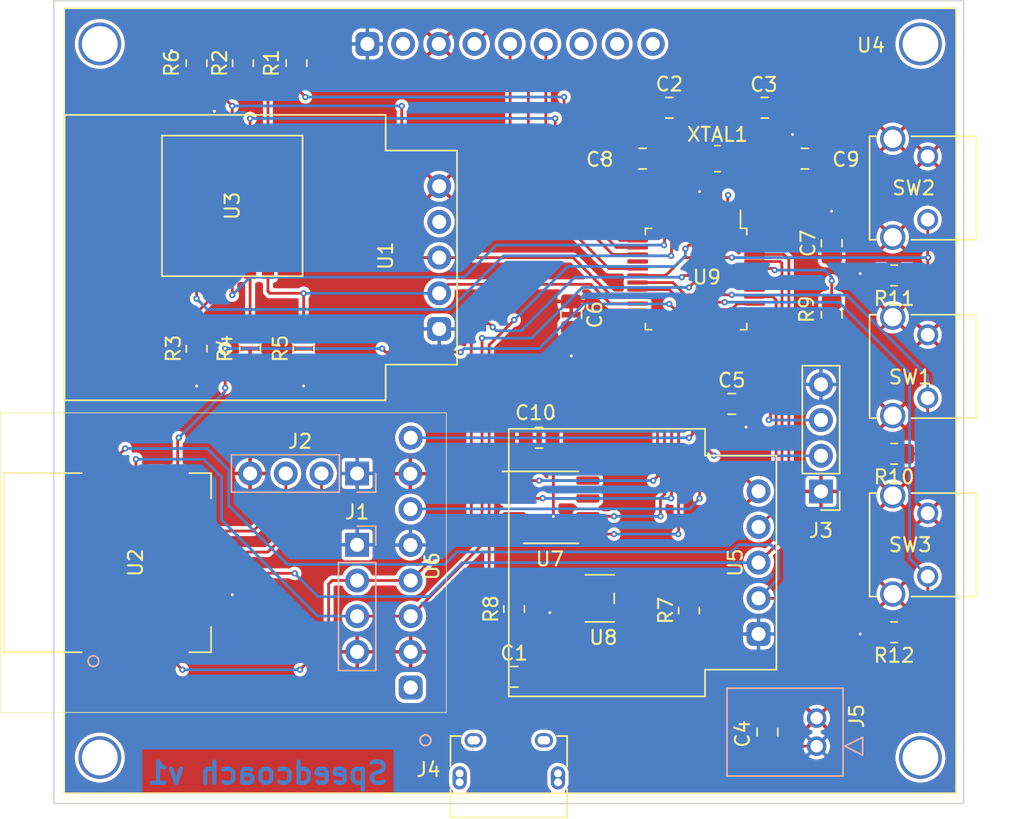
<source format=kicad_pcb>
(kicad_pcb (version 20211014) (generator pcbnew)
  (layers (0 "F.Cu" signal "Front") (31 "B.Cu" signal "Back") (34 "B.Paste" user) (35 "F.Paste" user) (36 "B.SilkS" user "B.Silkscreen") (37 "F.SilkS" user "F.Silkscreen") (38 "B.Mask" user) (39 "F.Mask" user) (44 "Edge.Cuts" user))
  (net 0 "")
  (net 1 "LCD_SCK")
  (net 2 "GND")
  (net 4 "+3V3")
  (net 5 "LCD_CS")
  (net 9 "LCD_MOSI")
  (net 10 "BLE_ACCEL_SDA")
  (net 11 "BLE_ACCEL_SCL")
  (net 12 "ACCEL_INT")
  (net 13 "GPS_SCL")
  (net 14 "GPS_SDA")
  (net 15 "Net-(R4-Pad1)")
  (net 16 "GPS_RESET#")
  (net 17 "Net-(R3-Pad2)")
  (net 18 "GPS_WAKEUP")
  (net 19 "GPS_1PPS")
  (net 20 "Net-(R1-Pad1)")
  (net 21 "Net-(C2-Pad2)")
  (net 22 "Net-(C3-Pad2)")
  (net 23 "CHARGE_STATUS")
  (net 24 "Net-(C1-Pad1)")
  (net 25 "Net-(R7-Pad2)")
  (net 26 "/GPS, Acceleromter, BLE, GLCD/BLE_SWCLK")
  (net 27 "/GPS, Acceleromter, BLE, GLCD/BLE_SWDIO")
  (net 28 "BLE_RST")
  (net 30 "BLE_UART_RX")
  (net 32 "BLE_UART_TX")
  (net 34 "BLE_RTS")
  (net 35 "BLE_DFU")
  (net 36 "BTN_DWN")
  (net 37 "BTN_UP")
  (net 38 "BTN_ENTER")
  (net 42 "GPS_ONOFF")
  (net 43 "Net-(R9-Pad1)")
  (net 44 "MEM_CS#")
  (net 45 "MEM_MISO")
  (net 46 "MEM_MOSI")
  (net 47 "MEM_SCK")
  (net 54 "/MCU, Charger, Buttons/MCU_SWDIO")
  (net 55 "/MCU, Charger, Buttons/MCU_SWCLK")
  (footprint "Capacitor_SMD:C_0805_2012Metric" (layer "F.Cu") (at 163.957 71.57 180)
    (fp_text reference "C9")
    (fp_text value "100nF")
  )
  (footprint "speedcoach:10118194-0001LF" (layer "F.Cu") (at 142.875 115.57)
    (fp_text reference "J4")
    (fp_text value "USB_B_Micro" hide)
  )
  (footprint "Resistor_SMD:R_0805_2012Metric" (layer "F.Cu") (at 127.762 64.77 -90)
    (fp_text reference "R1")
    (fp_text value "220")
  )
  (footprint "Resistor_SMD:R_0805_2012Metric" (layer "F.Cu") (at 123.952 64.77 90)
    (fp_text reference "R2")
    (fp_text value "10k")
  )
  (footprint "speedcoach:1825027-8" (layer "F.Cu") (at 172.6979 101.31 90)
    (fp_text reference "SW3")
    (fp_text value "1825027-8" hide)
  )
  (footprint "speedcoach:PA1010D_WH" (layer "F.Cu") (at 137.922 83.693 180)
    (fp_text reference "U1")
    (fp_text value "PA1010D")
  )
  (footprint "Resistor_SMD:R_0805_2012Metric" (layer "F.Cu") (at 170.307 79.883 180)
    (fp_text reference "R11")
    (fp_text value "3k3")
  )
  (footprint "Capacitor_SMD:C_0805_2012Metric" (layer "F.Cu") (at 165.862 77.6 90)
    (fp_text reference "C7")
    (fp_text value "100nF")
  )
  (footprint "Capacitor_SMD:C_0805_2012Metric" (layer "F.Cu") (at 145.034 91.44 180)
    (fp_text reference "C10")
    (fp_text value "100nF")
  )
  (footprint "Resistor_SMD:R_0805_2012Metric" (layer "F.Cu") (at 124.46 85.09 -90)
    (fp_text reference "R4")
    (fp_text value "10k")
  )
  (footprint "Connector_PinHeader_2.54mm:PinHeader_1x04_P2.54mm_Vertical" (layer "F.Cu") (at 165.1 95.26 180)
    (fp_text reference "J3")
    (fp_text value "Conn_01x04_Male")
  )
  (footprint "speedcoach:NX3215SA-32.768K-EXS00A-MU00003" (layer "F.Cu") (at 157.734 71.57)
    (fp_text reference "XTAL1")
    (fp_text value "NX3215SA-32.768K" hide)
  )
  (footprint "Resistor_SMD:R_0805_2012Metric" (layer "F.Cu") (at 165.862 82.68 -90)
    (fp_text reference "R9")
    (fp_text value "10k")
  )
  (footprint "Capacitor_SMD:C_0805_2012Metric" (layer "F.Cu") (at 158.75 89.03)
    (fp_text reference "C5")
    (fp_text value "100nF")
  )
  (footprint "Capacitor_SMD:C_0805_2012Metric" (layer "F.Cu") (at 154.305 67.945)
    (fp_text reference "C2")
    (fp_text value "4.3pF")
  )
  (footprint "Package_QFP:LQFP-48_7x7mm_P0.5mm" (layer "F.Cu") (at 156.21 80.14 -90)
    (fp_text reference "U9")
    (fp_text value "STM32L051C8T3")
  )
  (footprint "Resistor_SMD:R_0805_2012Metric" (layer "F.Cu") (at 120.65 64.77 -90)
    (fp_text reference "R6")
    (fp_text value "3k3")
  )
  (footprint "Resistor_SMD:R_0805_2012Metric" (layer "F.Cu") (at 155.702 103.7355 90)
    (fp_text reference "R7")
    (fp_text value "2k")
  )
  (footprint "Resistor_SMD:R_0805_2012Metric" (layer "F.Cu") (at 143.256 103.632 90)
    (fp_text reference "R8")
    (fp_text value "10k")
  )
  (footprint "speedcoach:ORG1411" (layer "F.Cu") (at 123.19 74.93 90)
    (fp_text reference "U3")
    (fp_text value "ORG1411-PM04")
  )
  (footprint "Capacitor_SMD:C_0805_2012Metric" (layer "F.Cu") (at 143.256 108.458)
    (fp_text reference "C1")
    (fp_text value "4.7uF")
  )
  (footprint "Capacitor_SMD:C_0805_2012Metric" (layer "F.Cu") (at 147.32 82.68 -90)
    (fp_text reference "C6")
    (fp_text value "100nF")
  )
  (footprint "Resistor_SMD:R_0805_2012Metric" (layer "F.Cu") (at 170.307 105.283 180)
    (fp_text reference "R12")
    (fp_text value "3k3")
  )
  (footprint "speedcoach:PIM456_WH" (layer "F.Cu") (at 160.655 105.41 180)
    (fp_text reference "U5")
    (fp_text value "PIM456")
  )
  (footprint "Capacitor_SMD:C_0805_2012Metric" (layer "F.Cu") (at 161.102 67.945 180)
    (fp_text reference "C3")
    (fp_text value "4.3pF")
  )
  (footprint "speedcoach:1825027-8" (layer "F.Cu") (at 172.6979 88.61 90)
    (fp_text reference "SW1")
    (fp_text value "1825027-8" hide)
  )
  (footprint "speedcoach:MCP73831T-2ATIOT" (layer "F.Cu") (at 149.352 102.87)
    (fp_text reference "U8")
    (fp_text value "MCP73831" hide)
  )
  (footprint "Resistor_SMD:R_0805_2012Metric" (layer "F.Cu") (at 170.307 92.583 180)
    (fp_text reference "R10")
    (fp_text value "3k3")
  )
  (footprint "Resistor_SMD:R_0805_2012Metric" (layer "F.Cu") (at 120.65 85.09 90)
    (fp_text reference "R3")
    (fp_text value "NP")
  )
  (footprint "Capacitor_SMD:C_0805_2012Metric" (layer "F.Cu") (at 161.29 112.395 -90)
    (fp_text reference "C4")
    (fp_text value "4.7uF")
  )
  (footprint "speedcoach:Bluefruit_WH" (layer "F.Cu") (at 135.89 109.22 90)
    (fp_text reference "U6")
    (fp_text value "Bluefruit")
  )
  (footprint "Package_SO:SOP-8_3.9x4.9mm_P1.27mm" (layer "F.Cu") (at 145.881 96.393)
    (fp_text reference "U7")
    (fp_text value "MB85RS256TY")
  )
  (footprint "speedcoach:1825027-8" (layer "F.Cu") (at 172.6979 75.91 90)
    (fp_text reference "SW2")
    (fp_text value "1825027-8" hide)
  )
  (footprint "Capacitor_SMD:C_0805_2012Metric" (layer "F.Cu") (at 152.4 71.57 180)
    (fp_text reference "C8")
    (fp_text value "100nF")
  )
  (footprint "speedcoach:DA14531MOD-00F01002" (layer "F.Cu") (at 114.3 100.33 90)
    (fp_text reference "U2")
    (fp_text value "DA14531MOD" hide)
  )
  (footprint "speedcoach:SHARP_DISPLAY_400x240" (layer "F.Cu") (at 111.22 116.745)
    (fp_text reference "U4")
    (fp_text value "GLCD_2.7INCH" hide)
  )
  (footprint "Resistor_SMD:R_0805_2012Metric" (layer "F.Cu") (at 128.27 85.09 90)
    (fp_text reference "R5")
    (fp_text value "3k3")
  )
  (footprint "Connector_PinHeader_2.54mm:PinHeader_1x04_P2.54mm_Vertical" (layer "B.Cu") (at 132.08 93.98 90)
    (fp_text reference "J2")
    (fp_text value "Conn_01x04_Male")
  )
  (footprint "Connector_PinHeader_2.54mm:PinHeader_1x04_P2.54mm_Vertical" (layer "B.Cu") (at 132.08 99.06 180)
    (fp_text reference "J1")
    (fp_text value "Conn_01x04_Male")
  )
  (footprint "speedcoach:440055-2" (layer "B.Cu") (at 164.792 113.395 90)
    (fp_text reference "J5")
    (fp_text value "440055-2" hide)
  )
  (gr_rect (start 110.49 60.325) (end 175.26 117.475) (layer "Edge.Cuts") (width 0.1) (fill none))
  (gr_text "Speedcoach v1" (at 125.73 115.316) (layer "B.Cu") (effects (font (size 1.5 1.5) (thickness 0.3)) (justify mirror)))
  (segment (start 150.272 78.39) (end 144.272 72.39) (width 0.2) (layer "F.Cu") (net 1))
  (segment (start 144.272 72.39) (end 144.272 62.738) (width 0.2) (layer "F.Cu") (net 1))
  (segment (start 143.51 61.976) (end 141.859 61.976) (width 0.2) (layer "F.Cu") (net 1))
  (segment (start 144.272 62.738) (end 143.51 61.976) (width 0.2) (layer "F.Cu") (net 1))
  (segment (start 152.0475 78.39) (end 150.272 78.39) (width 0.2) (layer "F.Cu") (net 1))
  (segment (start 141.859 61.976) (end 140.43 63.405) (width 0.2) (layer "F.Cu") (net 1))
  (segment (start 158.46 84.3025) (end 158.46 87.285) (width 0.2) (layer "F.Cu") (net 2))
  (segment (start 155.46 75.9775) (end 155.46 72.91) (width 0.2) (layer "F.Cu") (net 2))
  (segment (start 163.996 77.89) (end 164.656 78.55) (width 0.2) (layer "F.Cu") (net 2))
  (segment (start 152.0475 82.39) (end 149.192 82.39) (width 0.2) (layer "F.Cu") (net 2))
  (segment (start 144.175 115.351403) (end 143.875001 115.651402) (width 0.2) (layer "F.Cu") (net 2))
  (segment (start 164.656 78.55) (end 165.862 78.55) (width 0.2) (layer "F.Cu") (net 2))
  (segment (start 158.46 83.022) (end 158.46 84.3025) (width 0.2) (layer "F.Cu") (net 2))
  (segment (start 161.29 111.445) (end 161.340001 111.394999) (width 0.2) (layer "F.Cu") (net 2))
  (segment (start 158.46 87.285) (end 157.8 87.945) (width 0.2) (layer "F.Cu") (net 2))
  (segment (start 158.242 82.804) (end 158.46 83.022) (width 0.2) (layer "F.Cu") (net 2))
  (segment (start 153.35 67.95) (end 153.355 67.945) (width 0.2) (layer "F.Cu") (net 2))
  (segment (start 154.12 71.57) (end 153.35 71.57) (width 0.2) (layer "F.Cu") (net 2))
  (segment (start 157.8 87.945) (end 157.8 89.03) (width 0.2) (layer "F.Cu") (net 2))
  (segment (start 148.532 81.73) (end 147.32 81.73) (width 0.2) (layer "F.Cu") (net 2))
  (segment (start 153.924 82.804) (end 158.242 82.804) (width 0.2) (layer "F.Cu") (net 2))
  (segment (start 152.0475 82.39) (end 153.51 82.39) (width 0.2) (layer "F.Cu") (net 2))
  (segment (start 160.3725 77.89) (end 163.996 77.89) (width 0.2) (layer "F.Cu") (net 2))
  (segment (start 149.192 82.39) (end 148.532 81.73) (width 0.2) (layer "F.Cu") (net 2))
  (segment (start 153.51 82.39) (end 153.924 82.804) (width 0.2) (layer "F.Cu") (net 2))
  (segment (start 155.46 72.91) (end 154.12 71.57) (width 0.2) (layer "F.Cu") (net 2))
  (segment (start 146.05 95.758) (end 146.05 94.488) (width 0.2) (layer "F.Cu") (net 4))
  (segment (start 148.506 95.758) (end 146.05 95.758) (width 0.2) (layer "F.Cu") (net 4))
  (segment (start 161.29 113.345) (end 161.340001 113.395001) (width 0.2) (layer "F.Cu") (net 4))
  (segment (start 154.96 75.9775) (end 154.96 73.045) (width 0.2) (layer "F.Cu") (net 4))
  (segment (start 165.862 76.65) (end 165.862 75.311) (width 0.2) (layer "F.Cu") (net 4))
  (segment (start 143.256 104.5445) (end 145.1375 104.5445) (width 0.2) (layer "F.Cu") (net 4))
  (segment (start 158.96 87.332) (end 159.7 88.072) (width 0.2) (layer "F.Cu") (net 4))
  (segment (start 149.537 71.57) (end 149.479 71.628) (width 0.2) (layer "F.Cu") (net 4))
  (segment (start 145.861999 103.820001) (end 148.0566 103.820001) (width 0.2) (layer "F.Cu") (net 4))
  (segment (start 163.007 69.911) (end 163.068 69.85) (width 0.2) (layer "F.Cu") (net 4))
  (segment (start 151.45 71.57) (end 149.537 71.57) (width 0.2) (layer "F.Cu") (net 4))
  (segment (start 148.506 94.488) (end 146.05 94.488) (width 0.2) (layer "F.Cu") (net 4))
  (segment (start 167.386 91.694) (end 167.386 88.646) (width 0.2) (layer "F.Cu") (net 4))
  (segment (start 149.139 82.89) (end 148.399 83.63) (width 0.2) (layer "F.Cu") (net 4))
  (segment (start 163.007 71.57) (end 163.007 69.911) (width 0.2) (layer "F.Cu") (net 4))
  (segment (start 154.96 73.045) (end 154.813 72.898) (width 0.2) (layer "F.Cu") (net 4))
  (segment (start 123.154001 102.580001) (end 120.804991 102.580001) (width 0.2) (layer "F.Cu") (net 4))
  (segment (start 145.796 103.886) (end 145.861999 103.820001) (width 0.2) (layer "F.Cu") (net 4))
  (segment (start 152.0475 82.89) (end 149.139 82.89) (width 0.2) (layer "F.Cu") (net 4))
  (segment (start 123.19 102.616) (end 123.154001 102.580001) (width 0.2) (layer "F.Cu") (net 4))
  (segment (start 166.38 87.64) (end 165.1 87.64) (width 0.2) (layer "F.Cu") (net 4))
  (segment (start 148.399 83.63) (end 147.32 83.63) (width 0.2) (layer "F.Cu") (net 4))
  (segment (start 151.511 72.898) (end 151.45 72.837) (width 0.2) (layer "F.Cu") (net 4))
  (segment (start 168.021 105.283) (end 167.894 105.41) (width 0.2) (layer "F.Cu") (net 4))
  (segment (start 146.05 91.44) (end 145.984 91.44) (width 0.2) (layer "F.Cu") (net 4))
  (segment (start 121.92 70.4469) (end 121.92 68.199) (width 0.2) (layer "F.Cu") (net 4))
  (segment (start 143.256 97.028) (end 146.0335 97.028) (width 0.2) (layer "F.Cu") (net 4))
  (segment (start 146.05 94.488) (end 146.05 91.44) (width 0.2) (layer "F.Cu") (net 4))
  (segment (start 128.27 86.0025) (end 128.27 87.757) (width 0.2) (layer "F.Cu") (net 4))
  (segment (start 145.984 89.982) (end 146.05 89.916) (width 0.2) (layer "F.Cu") (net 4))
  (segment (start 169.3945 92.583) (end 168.275 92.583) (width 0.2) (layer "F.Cu") (net 4))
  (segment (start 147.32 83.63) (end 147.32 85.6145) (width 0.2) (layer "F.Cu") (net 4))
  (segment (start 163.91 77.39) (end 164.65 76.65) (width 0.2) (layer "F.Cu") (net 4))
  (segment (start 118.8955 63.8575) (end 118.872 63.881) (width 0.2) (layer "F.Cu") (net 4))
  (segment (start 161.340001 113.395001) (end 164.792 113.395001) (width 0.2) (layer "F.Cu") (net 4))
  (segment (start 168.021 79.883) (end 167.894 79.756) (width 0.2) (layer "F.Cu") (net 4))
  (segment (start 159.7 90.612) (end 159.766 90.678) (width 0.2) (layer "F.Cu") (net 4))
  (segment (start 169.3945 105.283) (end 168.021 105.283) (width 0.2) (layer "F.Cu") (net 4))
  (segment (start 145.984 91.44) (end 145.984 89.982) (width 0.2) (layer "F.Cu") (net 4))
  (segment (start 158.96 75.9775) (end 158.96 74.974) (width 0.2) (layer "F.Cu") (net 4))
  (segment (start 160.3725 77.39) (end 163.91 77.39) (width 0.2) (layer "F.Cu") (net 4))
  (segment (start 154.813 72.898) (end 151.511 72.898) (width 0.2) (layer "F.Cu") (net 4))
  (segment (start 167.386 88.646) (end 166.38 87.64) (width 0.2) (layer "F.Cu") (net 4))
  (segment (start 151.45 72.837) (end 151.45 71.57) (width 0.2) (layer "F.Cu") (net 4))
  (segment (start 164.65 76.65) (end 165.862 76.65) (width 0.2) (layer "F.Cu") (net 4))
  (segment (start 155.96 74.418) (end 156.464 73.914) (width 0.2) (layer "F.Cu") (net 4))
  (segment (start 120.65 86.0025) (end 120.65 87.757) (width 0.2) (layer "F.Cu") (net 4))
  (segment (start 155.96 75.9775) (end 155.96 74.418) (width 0.2) (layer "F.Cu") (net 4))
  (segment (start 159.7 88.072) (end 159.7 89.03) (width 0.2) (layer "F.Cu") (net 4))
  (segment (start 169.3945 79.883) (end 168.021 79.883) (width 0.2) (layer "F.Cu") (net 4))
  (segment (start 158.96 74.974) (end 162.364 71.57) (width 0.2) (layer "F.Cu") (net 4))
  (segment (start 120.65 63.8575) (end 118.8955 63.8575) (width 0.2) (layer "F.Cu") (net 4))
  (segment (start 159.7 89.03) (end 159.7 90.612) (width 0.2) (layer "F.Cu") (net 4))
  (segment (start 146.0335 97.028) (end 146.05 97.0445) (width 0.2) (layer "F.Cu") (net 4))
  (segment (start 145.1375 104.5445) (end 145.796 103.886) (width 0.2) (layer "F.Cu") (net 4))
  (segment (start 146.05 95.758) (end 146.05 97.0445) (width 0.2) (layer "F.Cu") (net 4))
  (segment (start 158.96 84.3025) (end 158.96 87.332) (width 0.2) (layer "F.Cu") (net 4))
  (segment (start 162.364 71.57) (end 162.88 71.57) (width 0.2) (layer "F.Cu") (net 4))
  (segment (start 168.275 92.583) (end 167.386 91.694) (width 0.2) (layer "F.Cu") (net 4))
  (via (at 156.464 73.914) (size 0.45) (drill 0.2) (layers "F.Cu" "B.Cu") (net 4))
  (via (at 128.27 87.757) (size 0.45) (drill 0.2) (layers "F.Cu" "B.Cu") (net 4))
  (via (at 163.068 69.85) (size 0.45) (drill 0.2) (layers "F.Cu" "B.Cu") (net 4))
  (via (at 118.872 63.881) (size 0.45) (drill 0.2) (layers "F.Cu" "B.Cu") (net 4))
  (via (at 146.05 89.916) (size 0.45) (drill 0.2) (layers "F.Cu" "B.Cu") (net 4))
  (via (at 145.796 103.886) (size 0.45) (drill 0.2) (layers "F.Cu" "B.Cu") (net 4))
  (via (at 147.32 85.6145) (size 0.45) (drill 0.2) (layers "F.Cu" "B.Cu") (net 4))
  (via (at 159.766 90.678) (size 0.45) (drill 0.2) (layers "F.Cu" "B.Cu") (net 4))
  (via (at 167.894 79.756) (size 0.45) (drill 0.2) (layers "F.Cu" "B.Cu") (net 4))
  (via (at 120.65 87.757) (size 0.45) (drill 0.2) (layers "F.Cu" "B.Cu") (net 4))
  (via (at 146.05 97.0445) (size 0.45) (drill 0.2) (layers "F.Cu" "B.Cu") (net 4))
  (via (at 121.92 68.199) (size 0.45) (drill 0.2) (layers "F.Cu" "B.Cu") (net 4))
  (via (at 165.862 75.311) (size 0.45) (drill 0.2) (layers "F.Cu" "B.Cu") (net 4))
  (via (at 167.894 105.41) (size 0.45) (drill 0.2) (layers "F.Cu" "B.Cu") (net 4))
  (via (at 149.479 71.628) (size 0.45) (drill 0.2) (layers "F.Cu" "B.Cu") (net 4))
  (via (at 123.19 102.616) (size 0.45) (drill 0.2) (layers "F.Cu" "B.Cu") (net 4))
  (segment (start 150.534 77.89) (end 152.0475 77.89) (width 0.2) (layer "F.Cu") (net 5))
  (segment (start 145.51 72.866) (end 150.534 77.89) (width 0.2) (layer "F.Cu") (net 5))
  (segment (start 145.51 63.405) (end 145.51 72.866) (width 0.2) (layer "F.Cu") (net 5))
  (segment (start 150.002 79.39) (end 142.97 72.358) (width 0.2) (layer "F.Cu") (net 9))
  (segment (start 142.97 72.358) (end 142.97 63.405) (width 0.2) (layer "F.Cu") (net 9))
  (segment (start 152.0475 79.39) (end 150.002 79.39) (width 0.2) (layer "F.Cu") (net 9))
  (segment (start 162.814 78.74) (end 162.814 101.854) (width 0.2) (layer "F.Cu") (net 10))
  (segment (start 114.806397 94.580001) (end 114.806397 92.965603) (width 0.2) (layer "F.Cu") (net 10))
  (segment (start 114.806397 92.965603) (end 115.57 92.202) (width 0.2) (layer "F.Cu") (net 10))
  (segment (start 160.3725 78.39) (end 162.464 78.39) (width 0.2) (layer "F.Cu") (net 10))
  (segment (start 162.464 78.39) (end 162.814 78.74) (width 0.2) (layer "F.Cu") (net 10))
  (segment (start 161.798 102.87) (end 160.655 102.87) (width 0.2) (layer "F.Cu") (net 10))
  (segment (start 162.814 101.854) (end 161.798 102.87) (width 0.2) (layer "F.Cu") (net 10))
  (via (at 115.57 92.202) (size 0.45) (drill 0.2) (layers "F.Cu" "B.Cu") (net 10))
  (segment (start 158.75 99.568) (end 139.192 99.568) (width 0.2) (layer "B.Cu") (net 10))
  (segment (start 161.544 99.06) (end 159.258 99.06) (width 0.2) (layer "B.Cu") (net 10))
  (segment (start 138.309511 100.450489) (end 127.120489 100.450489) (width 0.2) (layer "B.Cu") (net 10))
  (segment (start 159.258 99.06) (end 158.75 99.568) (width 0.2) (layer "B.Cu") (net 10))
  (segment (start 122.936 93.726) (end 121.412 92.202) (width 0.2) (layer "B.Cu") (net 10))
  (segment (start 139.192 99.568) (end 138.309511 100.450489) (width 0.2) (layer "B.Cu") (net 10))
  (segment (start 127.120489 100.450489) (end 122.936 96.266) (width 0.2) (layer "B.Cu") (net 10))
  (segment (start 121.412 92.202) (end 115.57 92.202) (width 0.2) (layer "B.Cu") (net 10))
  (segment (start 162.052 101.473) (end 162.052 99.568) (width 0.2) (layer "B.Cu") (net 10))
  (segment (start 162.052 99.568) (end 161.544 99.06) (width 0.2) (layer "B.Cu") (net 10))
  (segment (start 160.655 102.87) (end 162.052 101.473) (width 0.2) (layer "B.Cu") (net 10))
  (segment (start 122.936 96.266) (end 122.936 93.726) (width 0.2) (layer "B.Cu") (net 10))
  (segment (start 160.3725 78.89) (end 162.202 78.89) (width 0.2) (layer "F.Cu") (net 11))
  (segment (start 162.202 78.89) (end 162.306009 78.994009) (width 0.2) (layer "F.Cu") (net 11))
  (segment (start 162.306009 79.268251) (end 162.322501 79.284743) (width 0.2) (layer "F.Cu") (net 11))
  (segment (start 162.306009 78.994009) (end 162.306009 79.268251) (width 0.2) (layer "F.Cu") (net 11))
  (segment (start 162.322501 98.662499) (end 160.655 100.33) (width 0.2) (layer "F.Cu") (net 11))
  (segment (start 123.686001 101.080001) (end 120.804991 101.080001) (width 0.2) (layer "F.Cu") (net 11))
  (segment (start 162.322501 79.284743) (end 162.322501 98.662499) (width 0.2) (layer "F.Cu") (net 11))
  (segment (start 127.635 101.092) (end 123.686001 101.080001) (width 0.2) (layer "F.Cu") (net 11))
  (via (at 127.635 101.092) (size 0.45) (drill 0.2) (layers "F.Cu" "B.Cu") (net 11))
  (segment (start 129.292511 102.749511) (end 137.153489 102.749511) (width 0.2) (layer "B.Cu") (net 11))
  (segment (start 127.635 101.092) (end 129.292511 102.749511) (width 0.2) (layer "B.Cu") (net 11))
  (segment (start 139.573 100.33) (end 160.655 100.33) (width 0.2) (layer "B.Cu") (net 11))
  (segment (start 137.153489 102.749511) (end 139.573 100.33) (width 0.2) (layer "B.Cu") (net 11))
  (segment (start 160.3725 81.39) (end 161.654 81.39) (width 0.2) (layer "F.Cu") (net 12))
  (segment (start 161.654 81.39) (end 161.906498 81.642498) (width 0.2) (layer "F.Cu") (net 12))
  (segment (start 161.906498 96.538502) (end 160.655 97.79) (width 0.2) (layer "F.Cu") (net 12))
  (segment (start 161.906498 81.642498) (end 161.906498 96.538502) (width 0.2) (layer "F.Cu") (net 12))
  (segment (start 122.555 67.183) (end 123.19 67.818) (width 0.2) (layer "F.Cu") (net 13))
  (segment (start 121.031 67.183) (end 122.555 67.183) (width 0.2) (layer "F.Cu") (net 13))
  (segment (start 123.19 67.818) (end 123.19 70.4469) (width 0.2) (layer "F.Cu") (net 13))
  (segment (start 120.65 66.802) (end 121.031 67.183) (width 0.2) (layer "F.Cu") (net 13))
  (segment (start 147.447 78.613) (end 137.922 78.613) (width 0.2) (layer "F.Cu") (net 13))
  (segment (start 135.255 77.47) (end 136.398 78.613) (width 0.2) (layer "F.Cu") (net 13))
  (segment (start 152.0475 81.39) (end 150.224 81.39) (width 0.2) (layer "F.Cu") (net 13))
  (segment (start 136.398 78.613) (end 137.922 78.613) (width 0.2) (layer "F.Cu") (net 13))
  (segment (start 150.224 81.39) (end 147.447 78.613) (width 0.2) (layer "F.Cu") (net 13))
  (segment (start 120.65 65.6825) (end 120.65 66.802) (width 0.2) (layer "F.Cu") (net 13))
  (segment (start 135.255 67.818) (end 135.255 77.47) (width 0.2) (layer "F.Cu") (net 13))
  (via (at 123.19 67.818) (size 0.45) (drill 0.2) (layers "F.Cu" "B.Cu") (net 13))
  (via (at 135.255 67.818) (size 0.45) (drill 0.2) (layers "F.Cu" "B.Cu") (net 13))
  (segment (start 123.19 67.818) (end 135.255 67.818) (width 0.2) (layer "B.Cu") (net 13))
  (segment (start 125.73 81.026) (end 125.857 81.153) (width 0.2) (layer "F.Cu") (net 14))
  (segment (start 138.557 80.518) (end 137.922 81.153) (width 0.2) (layer "F.Cu") (net 14))
  (segment (start 150.089 81.89) (end 148.717 80.518) (width 0.2) (layer "F.Cu") (net 14))
  (segment (start 148.717 80.518) (end 138.557 80.518) (width 0.2) (layer "F.Cu") (net 14))
  (segment (start 152.0475 81.89) (end 150.089 81.89) (width 0.2) (layer "F.Cu") (net 14))
  (segment (start 125.857 81.153) (end 128.27 81.153) (width 0.2) (layer "F.Cu") (net 14))
  (segment (start 128.27 81.153) (end 128.27 84.1775) (width 0.2) (layer "F.Cu") (net 14))
  (segment (start 125.73 79.4131) (end 125.73 81.026) (width 0.2) (layer "F.Cu") (net 14))
  (via (at 128.27 81.153) (size 0.45) (drill 0.2) (layers "F.Cu" "B.Cu") (net 14))
  (segment (start 128.27 81.153) (end 137.922 81.153) (width 0.2) (layer "B.Cu") (net 14))
  (segment (start 124.46 79.4131) (end 124.46 84.1775) (width 0.2) (layer "F.Cu") (net 15))
  (segment (start 123.19 81.28) (end 123.19 79.4131) (width 0.2) (layer "F.Cu") (net 16))
  (segment (start 153.96 77.688) (end 153.924 77.724) (width 0.2) (layer "F.Cu") (net 16))
  (segment (start 153.96 75.9775) (end 153.96 77.688) (width 0.2) (layer "F.Cu") (net 16))
  (via (at 123.19 81.28) (size 0.45) (drill 0.2) (layers "F.Cu" "B.Cu") (net 16))
  (via (at 153.924 77.724) (size 0.45) (drill 0.2) (layers "F.Cu" "B.Cu") (net 16))
  (segment (start 141.986 77.724) (end 139.706511 80.003489) (width 0.2) (layer "B.Cu") (net 16))
  (segment (start 139.706511 80.003489) (end 124.466511 80.003489) (width 0.2) (layer "B.Cu") (net 16))
  (segment (start 124.466511 80.003489) (end 123.19 81.28) (width 0.2) (layer "B.Cu") (net 16))
  (segment (start 153.924 77.724) (end 141.986 77.724) (width 0.2) (layer "B.Cu") (net 16))
  (segment (start 121.92 81.28) (end 120.65 82.55) (width 0.2) (layer "F.Cu") (net 17))
  (segment (start 121.92 79.4131) (end 121.92 81.28) (width 0.2) (layer "F.Cu") (net 17))
  (segment (start 120.65 82.55) (end 120.65 84.1775) (width 0.2) (layer "F.Cu") (net 17))
  (segment (start 154.46 78.458) (end 154.432 78.486) (width 0.2) (layer "F.Cu") (net 18))
  (segment (start 120.65 81.534) (end 120.65 79.4131) (width 0.2) (layer "F.Cu") (net 18))
  (segment (start 154.46 75.9775) (end 154.46 78.458) (width 0.2) (layer "F.Cu") (net 18))
  (via (at 154.432 78.486) (size 0.45) (drill 0.2) (layers "F.Cu" "B.Cu") (net 18))
  (via (at 120.65 81.534) (size 0.45) (drill 0.2) (layers "F.Cu" "B.Cu") (net 18))
  (segment (start 138.677489 82.302511) (end 121.418511 82.302511) (width 0.2) (layer "B.Cu") (net 18))
  (segment (start 154.432 78.486) (end 142.494 78.486) (width 0.2) (layer "B.Cu") (net 18))
  (segment (start 121.418511 82.302511) (end 120.65 81.534) (width 0.2) (layer "B.Cu") (net 18))
  (segment (start 142.494 78.486) (end 138.677489 82.302511) (width 0.2) (layer "B.Cu") (net 18))
  (segment (start 146.177 68.707) (end 146.177 72.771) (width 0.2) (layer "F.Cu") (net 19))
  (segment (start 150.796 77.39) (end 150.622 77.216) (width 0.2) (layer "F.Cu") (net 19))
  (segment (start 146.177 72.771) (end 150.114 76.708) (width 0.2) (layer "F.Cu") (net 19))
  (segment (start 150.622 77.216) (end 150.114 76.708) (width 0.2) (layer "F.Cu") (net 19))
  (segment (start 124.46 70.4469) (end 124.46 68.707) (width 0.2) (layer "F.Cu") (net 19))
  (segment (start 152.0475 77.39) (end 150.796 77.39) (width 0.2) (layer "F.Cu") (net 19))
  (via (at 124.46 68.707) (size 0.45) (drill 0.2) (layers "F.Cu" "B.Cu") (net 19))
  (via (at 146.177 68.707) (size 0.45) (drill 0.2) (layers "F.Cu" "B.Cu") (net 19))
  (segment (start 124.46 68.707) (end 146.177 68.707) (width 0.2) (layer "B.Cu") (net 19))
  (segment (start 125.6265 65.6825) (end 125.73 65.786) (width 0.2) (layer "F.Cu") (net 20))
  (segment (start 126.0075 63.8575) (end 127.762 63.8575) (width 0.2) (layer "F.Cu") (net 20))
  (segment (start 123.952 65.6825) (end 125.6265 65.6825) (width 0.2) (layer "F.Cu") (net 20))
  (segment (start 125.73 64.135) (end 126.0075 63.8575) (width 0.2) (layer "F.Cu") (net 20))
  (segment (start 125.73 70.5739) (end 125.73 65.786) (width 0.2) (layer "F.Cu") (net 20))
  (segment (start 125.73 65.786) (end 125.73 64.135) (width 0.2) (layer "F.Cu") (net 20))
  (segment (start 156.464 67.945) (end 155.255 67.945) (width 0.2) (layer "F.Cu") (net 21))
  (segment (start 156.6418 71.57) (end 156.6418 68.1228) (width 0.2) (layer "F.Cu") (net 21))
  (segment (start 156.6418 68.1228) (end 156.464 67.945) (width 0.2) (layer "F.Cu") (net 21))
  (segment (start 156.6418 72.3138) (end 157.46 73.132) (width 0.2) (layer "F.Cu") (net 21))
  (segment (start 157.46 75.9775) (end 157.46 73.172) (width 0.2) (layer "F.Cu") (net 21))
  (segment (start 156.6418 71.57) (end 156.6418 72.3138) (width 0.2) (layer "F.Cu") (net 21))
  (segment (start 157.46 73.132) (end 157.46 73.172) (width 0.2) (layer "F.Cu") (net 21))
  (segment (start 158.8262 68.2498) (end 159.131 67.945) (width 0.2) (layer "F.Cu") (net 22))
  (segment (start 159.131 67.945) (end 160.152 67.945) (width 0.2) (layer "F.Cu") (net 22))
  (segment (start 158.8262 72.3138) (end 157.96 73.18) (width 0.2) (layer "F.Cu") (net 22))
  (segment (start 157.96 75.9775) (end 157.96 73.18) (width 0.2) (layer "F.Cu") (net 22))
  (segment (start 158.8262 71.57) (end 158.8262 72.3138) (width 0.2) (layer "F.Cu") (net 22))
  (segment (start 158.8262 71.57) (end 158.8262 68.2498) (width 0.2) (layer "F.Cu") (net 22))
  (segment (start 158.46 75.9775) (end 158.46 77.252) (width 0.2) (layer "F.Cu") (net 23))
  (segment (start 142.0895 102.7195) (end 143.256 102.7195) (width 0.2) (layer "F.Cu") (net 23))
  (segment (start 143.256 83.058) (end 141.478 84.836) (width 0.2) (layer "F.Cu") (net 23))
  (segment (start 155.702 77.724) (end 155.448 77.978) (width 0.2) (layer "F.Cu") (net 23))
  (segment (start 156.21 77.724) (end 155.702 77.724) (width 0.2) (layer "F.Cu") (net 23))
  (segment (start 158.46 77.252) (end 157.988 77.724) (width 0.2) (layer "F.Cu") (net 23))
  (segment (start 141.478 102.108) (end 142.0895 102.7195) (width 0.2) (layer "F.Cu") (net 23))
  (segment (start 157.988 77.724) (end 156.21 77.724) (width 0.2) (layer "F.Cu") (net 23))
  (segment (start 148.0566 101.919999) (end 145.984001 101.919999) (width 0.2) (layer "F.Cu") (net 23))
  (segment (start 141.478 84.836) (end 141.478 102.108) (width 0.2) (layer "F.Cu") (net 23))
  (segment (start 158.46 75.9775) (end 158.46 74.204) (width 0.2) (layer "F.Cu") (net 23))
  (segment (start 158.46 74.204) (end 158.496 74.168) (width 0.2) (layer "F.Cu") (net 23))
  (segment (start 145.1845 102.7195) (end 143.256 102.7195) (width 0.2) (layer "F.Cu") (net 23))
  (segment (start 145.984001 101.919999) (end 145.1845 102.7195) (width 0.2) (layer "F.Cu") (net 23))
  (via (at 143.256 83.058) (size 0.45) (drill 0.2) (layers "F.Cu" "B.Cu") (net 23))
  (via (at 155.448 77.978) (size 0.45) (drill 0.2) (layers "F.Cu" "B.Cu") (net 23))
  (via (at 158.496 74.168) (size 0.45) (drill 0.2) (layers "F.Cu" "B.Cu") (net 23))
  (segment (start 154.686 79.248) (end 147.066 79.248) (width 0.2) (layer "B.Cu") (net 23))
  (segment (start 155.448 77.978) (end 155.448 78.486) (width 0.2) (layer "B.Cu") (net 23))
  (segment (start 155.448 78.486) (end 154.686 79.248) (width 0.2) (layer "B.Cu") (net 23))
  (segment (start 147.066 79.248) (end 143.256 83.058) (width 0.2) (layer "B.Cu") (net 23))
  (segment (start 141.575 110.647) (end 142.306 109.916) (width 0.2) (layer "F.Cu") (net 24))
  (segment (start 150.6474 105.8926) (end 150.6474 103.820001) (width 0.2) (layer "F.Cu") (net 24))
  (segment (start 141.575 112.976401) (end 141.575 110.647) (width 0.2) (layer "F.Cu") (net 24))
  (segment (start 142.306 108.458) (end 142.306 107.376) (width 0.2) (layer "F.Cu") (net 24))
  (segment (start 142.24 107.884) (end 142.306 107.95) (width 0.2) (layer "F.Cu") (net 24))
  (segment (start 142.748 106.934) (end 149.606 106.934) (width 0.2) (layer "F.Cu") (net 24))
  (segment (start 149.606 106.934) (end 150.6474 105.8926) (width 0.2) (layer "F.Cu") (net 24))
  (segment (start 142.306 109.916) (end 142.306 107.95) (width 0.2) (layer "F.Cu") (net 24))
  (segment (start 142.306 107.376) (end 142.748 106.934) (width 0.2) (layer "F.Cu") (net 24))
  (segment (start 153.369 102.823) (end 155.702 102.823) (width 0.2) (layer "F.Cu") (net 25))
  (segment (start 150.6474 101.919999) (end 152.465999 101.919999) (width 0.2) (layer "F.Cu") (net 25))
  (segment (start 152.465999 101.919999) (end 153.369 102.823) (width 0.2) (layer "F.Cu") (net 25))
  (segment (start 127 95.758) (end 127 93.98) (width 0.2) (layer "F.Cu") (net 26))
  (segment (start 124.678001 98.079999) (end 127 95.758) (width 0.2) (layer "F.Cu") (net 26))
  (segment (start 120.804991 98.079999) (end 124.678001 98.079999) (width 0.2) (layer "F.Cu") (net 26))
  (segment (start 120.804991 99.579999) (end 125.718001 99.579999) (width 0.2) (layer "F.Cu") (net 27))
  (segment (start 129.54 95.758) (end 129.54 93.98) (width 0.2) (layer "F.Cu") (net 27))
  (segment (start 125.718001 99.579999) (end 129.54 95.758) (width 0.2) (layer "F.Cu") (net 27))
  (segment (start 139.446 85.344) (end 134.366 85.344) (width 0.2) (layer "F.Cu") (net 28))
  (segment (start 159.156 81.89) (end 160.3725 81.89) (width 0.2) (layer "F.Cu") (net 28))
  (segment (start 134.112 85.344) (end 133.858 85.09) (width 0.2) (layer "F.Cu") (net 28))
  (segment (start 119.306396 91.513604) (end 119.38 91.44) (width 0.2) (layer "F.Cu") (net 28))
  (segment (start 158.733499 82.312501) (end 159.156 81.89) (width 0.2) (layer "F.Cu") (net 28))
  (segment (start 154.702501 82.312501) (end 158.733499 82.312501) (width 0.2) (layer "F.Cu") (net 28))
  (segment (start 154.33 81.89) (end 154.305 81.915) (width 0.2) (layer "F.Cu") (net 28))
  (segment (start 122.682 87.884) (end 122.682 85.09) (width 0.2) (layer "F.Cu") (net 28))
  (segment (start 134.366 85.344) (end 134.112 85.344) (width 0.2) (layer "F.Cu") (net 28))
  (segment (start 119.306396 94.580001) (end 119.306396 91.513604) (width 0.2) (layer "F.Cu") (net 28))
  (segment (start 154.305 81.915) (end 154.702501 82.312501) (width 0.2) (layer "F.Cu") (net 28))
  (via (at 122.682 87.884) (size 0.45) (drill 0.2) (layers "F.Cu" "B.Cu") (net 28))
  (via (at 119.38 91.44) (size 0.45) (drill 0.2) (layers "F.Cu" "B.Cu") (net 28))
  (via (at 133.858 85.09) (size 0.45) (drill 0.2) (layers "F.Cu" "B.Cu") (net 28))
  (via (at 122.682 85.09) (size 0.45) (drill 0.2) (layers "F.Cu" "B.Cu") (net 28))
  (via (at 139.446 85.344) (size 0.45) (drill 0.2) (layers "F.Cu" "B.Cu") (net 28))
  (via (at 154.305 81.915) (size 0.45) (drill 0.2) (layers "F.Cu" "B.Cu") (net 28))
  (segment (start 139.7 85.09) (end 139.446 85.344) (width 0.2) (layer "B.Cu") (net 28))
  (segment (start 133.858 85.09) (end 122.682 85.09) (width 0.2) (layer "B.Cu") (net 28))
  (segment (start 119.38 91.44) (end 122.682 88.138) (width 0.2) (layer "B.Cu") (net 28))
  (segment (start 145.034 85.09) (end 139.7 85.09) (width 0.2) (layer "B.Cu") (net 28))
  (segment (start 148.209 81.915) (end 154.305 81.915) (width 0.2) (layer "B.Cu") (net 28))
  (segment (start 122.682 88.138) (end 122.682 87.884) (width 0.2) (layer "B.Cu") (net 28))
  (segment (start 145.034 85.09) (end 148.209 81.915) (width 0.2) (layer "B.Cu") (net 28))
  (segment (start 116.332 92.964) (end 116.332 94.554398) (width 0.2) (layer "F.Cu") (net 30))
  (segment (start 135.89 104.14) (end 132.08 104.14) (width 0.2) (layer "F.Cu") (net 30))
  (segment (start 156.051 80.39) (end 155.702 80.739) (width 0.2) (layer "F.Cu") (net 30))
  (segment (start 116.332 94.554398) (end 116.306397 94.580001) (width 0.2) (layer "F.Cu") (net 30))
  (segment (start 140.97 99.06) (end 140.97 84.3445) (width 0.2) (layer "F.Cu") (net 30))
  (segment (start 135.89 104.14) (end 140.97 99.06) (width 0.2) (layer "F.Cu") (net 30))
  (segment (start 160.3725 80.39) (end 156.051 80.39) (width 0.2) (layer "F.Cu") (net 30))
  (via (at 155.702 80.739) (size 0.45) (drill 0.2) (layers "F.Cu" "B.Cu") (net 30))
  (via (at 140.97 84.3445) (size 0.45) (drill 0.2) (layers "F.Cu" "B.Cu") (net 30))
  (via (at 116.332 92.964) (size 0.45) (drill 0.2) (layers "F.Cu" "B.Cu") (net 30))
  (segment (start 148.115 80.739) (end 155.702 80.739) (width 0.2) (layer "B.Cu") (net 30))
  (segment (start 144.5095 84.3445) (end 148.115 80.739) (width 0.2) (layer "B.Cu") (net 30))
  (segment (start 122.428 97.282) (end 122.428 94.234) (width 0.2) (layer "B.Cu") (net 30))
  (segment (start 140.97 84.3445) (end 144.5095 84.3445) (width 0.2) (layer "B.Cu") (net 30))
  (segment (start 122.428 94.234) (end 121.158 92.964) (width 0.2) (layer "B.Cu") (net 30))
  (segment (start 129.286 104.14) (end 122.428 97.282) (width 0.2) (layer "B.Cu") (net 30))
  (segment (start 121.158 92.964) (end 116.332 92.964) (width 0.2) (layer "B.Cu") (net 30))
  (segment (start 132.08 104.14) (end 129.286 104.14) (width 0.2) (layer "B.Cu") (net 30))
  (segment (start 130.048 101.854) (end 130.302 101.6) (width 0.2) (layer "F.Cu") (net 32))
  (segment (start 140.208 83.82) (end 140.716 83.312) (width 0.2) (layer "F.Cu") (net 32))
  (segment (start 160.3725 79.89) (end 155.314 79.89) (width 0.2) (layer "F.Cu") (net 32))
  (segment (start 135.89 101.6) (end 140.208 97.282) (width 0.2) (layer "F.Cu") (net 32))
  (segment (start 130.048 105.918) (end 130.048 101.854) (width 0.2) (layer "F.Cu") (net 32))
  (segment (start 140.208 97.282) (end 140.208 83.82) (width 0.2) (layer "F.Cu") (net 32))
  (segment (start 130.302 101.6) (end 132.08 101.6) (width 0.2) (layer "F.Cu") (net 32))
  (segment (start 141.478 83.312) (end 141.732 83.566) (width 0.2) (layer "F.Cu") (net 32))
  (segment (start 119.306396 106.079999) (end 119.306396 107.622396) (width 0.2) (layer "F.Cu") (net 32))
  (segment (start 155.314 79.89) (end 155.194 80.01) (width 0.2) (layer "F.Cu") (net 32))
  (segment (start 128.016 107.95) (end 130.048 105.918) (width 0.2) (layer "F.Cu") (net 32))
  (segment (start 135.89 101.6) (end 132.08 101.6) (width 0.2) (layer "F.Cu") (net 32))
  (segment (start 140.716 83.312) (end 141.478 83.312) (width 0.2) (layer "F.Cu") (net 32))
  (segment (start 119.306396 107.622396) (end 119.634 107.95) (width 0.2) (layer "F.Cu") (net 32))
  (via (at 155.194 80.01) (size 0.45) (drill 0.2) (layers "F.Cu" "B.Cu") (net 32))
  (via (at 128.016 107.95) (size 0.45) (drill 0.2) (layers "F.Cu" "B.Cu") (net 32))
  (via (at 141.732 83.566) (size 0.45) (drill 0.2) (layers "F.Cu" "B.Cu") (net 32))
  (via (at 119.634 107.95) (size 0.45) (drill 0.2) (layers "F.Cu" "B.Cu") (net 32))
  (segment (start 147.574 80.01) (end 155.194 80.01) (width 0.2) (layer "B.Cu") (net 32))
  (segment (start 141.986 83.82) (end 143.764 83.82) (width 0.2) (layer "B.Cu") (net 32))
  (segment (start 141.732 83.566) (end 141.986 83.82) (width 0.2) (layer "B.Cu") (net 32))
  (segment (start 143.764 83.82) (end 147.574 80.01) (width 0.2) (layer "B.Cu") (net 32))
  (segment (start 119.634 107.95) (end 128.016 107.95) (width 0.2) (layer "B.Cu") (net 32))
  (segment (start 156.46 84.3025) (end 156.46 90.043) (width 0.2) (layer "F.Cu") (net 34))
  (segment (start 156.46 90.043) (end 156.46 95.762) (width 0.2) (layer "F.Cu") (net 34))
  (via (at 156.464 95.758) (size 0.45) (drill 0.2) (layers "F.Cu" "B.Cu") (net 34))
  (segment (start 155.718501 96.503499) (end 156.464 95.758) (width 0.2) (layer "B.Cu") (net 34))
  (segment (start 135.875136 96.52) (end 135.891637 96.503499) (width 0.2) (layer "B.Cu") (net 34))
  (segment (start 135.891637 96.503499) (end 155.718501 96.503499) (width 0.2) (layer "B.Cu") (net 34))
  (segment (start 155.96 89.404) (end 155.956 89.408) (width 0.2) (layer "F.Cu") (net 35))
  (segment (start 155.956 89.408) (end 155.956 91.186) (width 0.2) (layer "F.Cu") (net 35))
  (segment (start 155.96 89.404) (end 155.96 89.408) (width 0.2) (layer "F.Cu") (net 35))
  (segment (start 155.96 84.3025) (end 155.96 89.404) (width 0.2) (layer "F.Cu") (net 35))
  (segment (start 155.956 91.186) (end 155.702 91.44) (width 0.2) (layer "F.Cu") (net 35))
  (via (at 155.702 91.44) (size 0.45) (drill 0.2) (layers "F.Cu" "B.Cu") (net 35))
  (segment (start 155.702 91.44) (end 135.89 91.44) (width 0.2) (layer "B.Cu") (net 35))
  (segment (start 172.6979 79.3971) (end 172.212 79.883) (width 0.2) (layer "F.Cu") (net 36))
  (segment (start 152.0475 79.89) (end 154.044 79.89) (width 0.2) (layer "F.Cu") (net 36))
  (segment (start 155.321 78.613) (end 158.75 78.613) (width 0.2) (layer "F.Cu") (net 36))
  (segment (start 172.212 79.883) (end 171.2195 79.883) (width 0.2) (layer "F.Cu") (net 36))
  (segment (start 172.6979 75.91) (end 172.6979 79.3971) (width 0.2) (layer "F.Cu") (net 36))
  (segment (start 154.044 79.89) (end 155.321 78.613) (width 0.2) (layer "F.Cu") (net 36))
  (via (at 172.72 78.613) (size 0.45) (drill 0.2) (layers "F.Cu" "B.Cu") (net 36))
  (via (at 158.75 78.613) (size 0.45) (drill 0.2) (layers "F.Cu" "B.Cu") (net 36))
  (segment (start 158.75 78.613) (end 172.72 78.613) (width 0.2) (layer "B.Cu") (net 36))
  (segment (start 155.4315 81.2635) (end 154.558 80.39) (width 0.2) (layer "F.Cu") (net 37))
  (segment (start 172.212 92.583) (end 171.2195 92.583) (width 0.2) (layer "F.Cu") (net 37))
  (segment (start 154.558 80.39) (end 152.0475 80.39) (width 0.2) (layer "F.Cu") (net 37))
  (segment (start 172.6979 88.61) (end 172.6979 92.0971) (width 0.2) (layer "F.Cu") (net 37))
  (segment (start 172.6979 92.0971) (end 172.212 92.583) (width 0.2) (layer "F.Cu") (net 37))
  (segment (start 158.75 81.2635) (end 155.4315 81.2635) (width 0.2) (layer "F.Cu") (net 37))
  (via (at 158.75 81.2635) (size 0.45) (drill 0.2) (layers "F.Cu" "B.Cu") (net 37))
  (segment (start 158.7665 81.28) (end 158.75 81.2635) (width 0.2) (layer "B.Cu") (net 37))
  (segment (start 172.6979 87.044068) (end 166.933832 81.28) (width 0.2) (layer "B.Cu") (net 37))
  (segment (start 166.933832 81.28) (end 158.7665 81.28) (width 0.2) (layer "B.Cu") (net 37))
  (segment (start 172.6979 88.61) (end 172.6979 87.044068) (width 0.2) (layer "B.Cu") (net 37))
  (segment (start 171.2195 105.283) (end 171.831 105.283) (width 0.2) (layer "F.Cu") (net 38))
  (segment (start 171.831 105.283) (end 172.6979 104.4161) (width 0.2) (layer "F.Cu") (net 38))
  (segment (start 172.6979 104.4161) (end 172.6979 101.31) (width 0.2) (layer "F.Cu") (net 38))
  (segment (start 155.194 81.788) (end 154.296 80.89) (width 0.2) (layer "F.Cu") (net 38))
  (segment (start 158.242 81.788) (end 155.194 81.788) (width 0.2) (layer "F.Cu") (net 38))
  (segment (start 152.0475 80.89) (end 154.296 80.89) (width 0.2) (layer "F.Cu") (net 38))
  (via (at 158.242 81.788) (size 0.45) (drill 0.2) (layers "F.Cu" "B.Cu") (net 38))
  (segment (start 171.408812 86.826812) (end 171.408812 100.020912) (width 0.2) (layer "B.Cu") (net 38))
  (segment (start 166.37 81.788) (end 171.408812 86.826812) (width 0.2) (layer "B.Cu") (net 38))
  (segment (start 158.242 81.788) (end 166.37 81.788) (width 0.2) (layer "B.Cu") (net 38))
  (segment (start 171.408812 100.020912) (end 172.6979 101.31) (width 0.2) (layer "B.Cu") (net 38))
  (segment (start 146.812 72.263) (end 149.4155 74.8665) (width 0.2) (layer "F.Cu") (net 42))
  (segment (start 127.762 66.548) (end 128.397 67.183) (width 0.2) (layer "F.Cu") (net 42))
  (segment (start 149.4155 74.8665) (end 153.0985 74.8665) (width 0.2) (layer "F.Cu") (net 42))
  (segment (start 146.812 67.183) (end 146.812 72.263) (width 0.2) (layer "F.Cu") (net 42))
  (segment (start 153.46 75.228) (end 153.0985 74.8665) (width 0.2) (layer "F.Cu") (net 42))
  (segment (start 153.46 75.9775) (end 153.46 75.228) (width 0.2) (layer "F.Cu") (net 42))
  (segment (start 127.762 65.6825) (end 127.762 66.548) (width 0.2) (layer "F.Cu") (net 42))
  (via (at 128.397 67.183) (size 0.45) (drill 0.2) (layers "F.Cu" "B.Cu") (net 42))
  (via (at 146.812 67.183) (size 0.45) (drill 0.2) (layers "F.Cu" "B.Cu") (net 42))
  (segment (start 128.397 67.183) (end 146.812 67.183) (width 0.2) (layer "B.Cu") (net 42))
  (segment (start 161.686 79.39) (end 161.798 79.502) (width 0.2) (layer "F.Cu") (net 43))
  (segment (start 165.862 80.264) (end 165.862 81.7675) (width 0.2) (layer "F.Cu") (net 43))
  (segment (start 160.3725 79.39) (end 161.686 79.39) (width 0.2) (layer "F.Cu") (net 43))
  (via (at 161.798 79.502) (size 0.45) (drill 0.2) (layers "F.Cu" "B.Cu") (net 43))
  (via (at 165.862 80.264) (size 0.45) (drill 0.2) (layers "F.Cu" "B.Cu") (net 43))
  (segment (start 161.798 79.502) (end 165.354 79.502) (width 0.2) (layer "B.Cu") (net 43))
  (segment (start 165.354 79.502) (end 165.862 80.01) (width 0.2) (layer "B.Cu") (net 43))
  (segment (start 165.862 80.01) (end 165.862 80.264) (width 0.2) (layer "B.Cu") (net 43))
  (segment (start 153.46 84.3025) (end 153.46 94.19) (width 0.2) (layer "F.Cu") (net 44))
  (segment (start 145.034 94.488) (end 143.256 94.488) (width 0.2) (layer "F.Cu") (net 44))
  (segment (start 153.46 94.19) (end 153.162 94.488) (width 0.2) (layer "F.Cu") (net 44))
  (via (at 153.162 94.488) (size 0.45) (drill 0.2) (layers "F.Cu" "B.Cu") (net 44))
  (via (at 145.034 94.488) (size 0.45) (drill 0.2) (layers "F.Cu" "B.Cu") (net 44))
  (segment (start 145.034 94.488) (end 153.162 94.488) (width 0.2) (layer "B.Cu") (net 44))
  (segment (start 143.256 95.758) (end 145.2715 95.758) (width 0.2) (layer "F.Cu") (net 45))
  (segment (start 145.2715 95.758) (end 145.288 95.7415) (width 0.2) (layer "F.Cu") (net 45))
  (segment (start 154.46 95.7135) (end 154.432 95.7415) (width 0.2) (layer "F.Cu") (net 45))
  (segment (start 154.46 84.3025) (end 154.46 95.7135) (width 0.2) (layer "F.Cu") (net 45))
  (via (at 154.432 95.7415) (size 0.45) (drill 0.2) (layers "F.Cu" "B.Cu") (net 45))
  (via (at 145.288 95.7415) (size 0.45) (drill 0.2) (layers "F.Cu" "B.Cu") (net 45))
  (segment (start 154.4155 95.758) (end 145.3045 95.758) (width 0.2) (layer "B.Cu") (net 45))
  (segment (start 145.3045 95.758) (end 145.288 95.7415) (width 0.2) (layer "B.Cu") (net 45))
  (segment (start 154.432 95.7415) (end 154.4155 95.758) (width 0.2) (layer "B.Cu") (net 45))
  (segment (start 154.96 84.3025) (end 154.96 98.278) (width 0.2) (layer "F.Cu") (net 46))
  (segment (start 150.368 98.298) (end 148.506 98.298) (width 0.2) (layer "F.Cu") (net 46))
  (segment (start 154.96 98.278) (end 154.94 98.298) (width 0.2) (layer "F.Cu") (net 46))
  (via (at 154.94 98.298) (size 0.45) (drill 0.2) (layers "F.Cu" "B.Cu") (net 46))
  (via (at 150.368 98.298) (size 0.45) (drill 0.2) (layers "F.Cu" "B.Cu") (net 46))
  (segment (start 154.94 98.298) (end 150.368 98.298) (width 0.2) (layer "B.Cu") (net 46))
  (segment (start 153.939758 95.488242) (end 153.67 95.758) (width 0.2) (layer "F.Cu") (net 47))
  (segment (start 153.96 84.3025) (end 153.96 95.488242) (width 0.2) (layer "F.Cu") (net 47))
  (segment (start 153.939758 95.488242) (end 153.96 95.488242) (width 0.2) (layer "F.Cu") (net 47))
  (segment (start 153.67 95.758) (end 153.67 96.012) (width 0.2) (layer "F.Cu") (net 47))
  (segment (start 150.368 97.028) (end 148.506 97.028) (width 0.2) (layer "F.Cu") (net 47))
  (segment (start 153.67 96.012) (end 153.67 97.028) (width 0.2) (layer "F.Cu") (net 47))
  (via (at 153.67 97.028) (size 0.45) (drill 0.2) (layers "F.Cu" "B.Cu") (net 47))
  (via (at 150.368 97.028) (size 0.45) (drill 0.2) (layers "F.Cu" "B.Cu") (net 47))
  (segment (start 153.67 97.028) (end 150.368 97.028) (width 0.2) (layer "B.Cu") (net 47))
  (segment (start 157.96 85.88) (end 156.972 86.868) (width 0.2) (layer "F.Cu") (net 54))
  (segment (start 157.96 84.3025) (end 157.96 85.88) (width 0.2) (layer "F.Cu") (net 54))
  (segment (start 156.972 92.202) (end 157.48 92.71) (width 0.2) (layer "F.Cu") (net 54))
  (segment (start 156.972 86.868) (end 156.972 92.202) (width 0.2) (layer "F.Cu") (net 54))
  (via (at 157.48 92.71) (size 0.45) (drill 0.2) (layers "F.Cu" "B.Cu") (net 54))
  (segment (start 157.49 92.72) (end 165.1 92.72) (width 0.2) (layer "B.Cu") (net 54))
  (segment (start 157.48 92.71) (end 157.49 92.72) (width 0.2) (layer "B.Cu") (net 54))
  (segment (start 160.3725 82.89) (end 161.506987 84.024487) (width 0.2) (layer "F.Cu") (net 55))
  (segment (start 161.506987 90.045011) (end 161.381998 90.17) (width 0.2) (layer "F.Cu") (net 55))
  (segment (start 161.506987 84.024487) (end 161.506987 90.045011) (width 0.2) (layer "F.Cu") (net 55))
  (via (at 161.381998 90.17) (size 0.45) (drill 0.2) (layers "F.Cu" "B.Cu") (net 55))
  (segment (start 165.1 90.18) (end 161.391998 90.18) (width 0.2) (layer "B.Cu") (net 55))
  (segment (start 161.391998 90.18) (end 161.381998 90.17) (width 0.2) (layer "B.Cu") (net 55))
  (zone (net 2) (net_name "GND") (layer "F.Cu") (name "ZGND") (connect_pads (clearance 0.254)) (min_thickness 0.254) (fill yes (thermal_gap 0.254) (thermal_bridge_width 0.254))
    (polygon (pts (xy 174.752 116.745) (xy 111.22 116.745) (xy 111.252 60.833) (xy 174.752 60.833)))
  )
  (zone (net 4) (net_name "+3V3") (layer "B.Cu") (connect_pads (clearance 0.254)) (min_thickness 0.254) (fill yes (thermal_gap 0.254) (thermal_bridge_width 0.254))
    (polygon (pts (xy 174.752 116.713) (xy 111.252 116.713) (xy 111.252 60.833) (xy 174.752 60.833)))
  )
)
</source>
